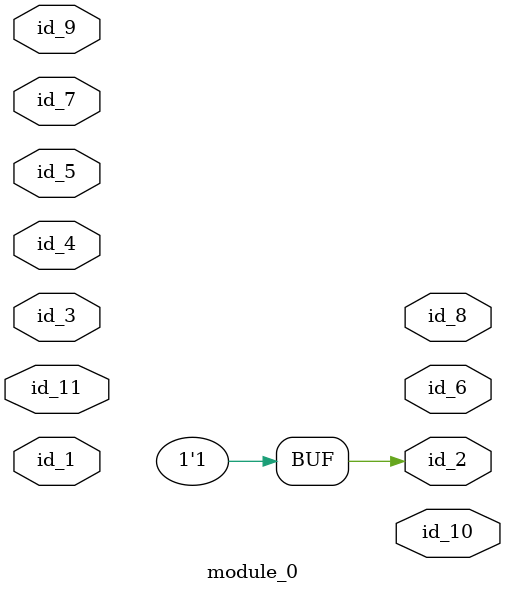
<source format=v>
module module_0 (
    id_1,
    id_2,
    id_3,
    id_4,
    id_5,
    id_6,
    id_7,
    id_8,
    id_9,
    id_10,
    id_11
);
  inout id_11;
  output id_10;
  inout id_9;
  output id_8;
  input id_7;
  output id_6;
  inout id_5;
  input id_4;
  input id_3;
  output id_2;
  inout id_1;
  assign id_2 = 1;
endmodule

</source>
